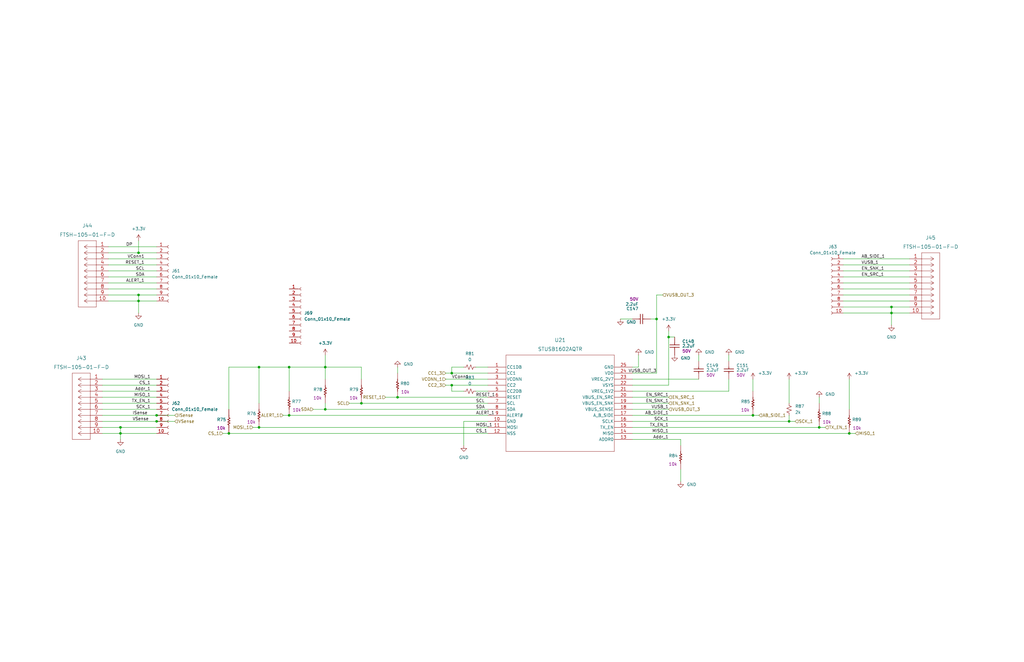
<source format=kicad_sch>
(kicad_sch (version 20230121) (generator eeschema)
  (paper "B")
  (lib_symbols
    (symbol "BCU_AltiumImport-altium-import:0_Cap"
      (property "Value" "0_Cap" (at 0 0 0))
      (symbol "0_Cap_1_0"
        (polyline (pts (xy -2.032 -3.302) (xy 2.032 -3.302)) (stroke (width 0.254)))
        (polyline (pts (xy 0 -5.08) (xy 0 -4.318)) (stroke (width 0.254)))
        (polyline (pts (xy 0 -2.54) (xy 0 -3.302)) (stroke (width 0.254)))
        (polyline (pts (xy 2.032 -4.318) (xy -2.032 -4.318)) (stroke (width 0.254)))
        (pin passive line (at 0 0 270) (length 2.54) (name "1") (number "1"))
        (pin passive line (at 0 -7.62 90) (length 2.54) (name "2") (number "2"))
      )
    )
    (symbol "BCU_AltiumImport-altium-import:0_RES"
      (property "Value" "0_RES" (at 0 0 0))
      (symbol "0_RES_1_0"
        (polyline (pts (xy 7.62 0) (xy 6.604 0) (xy 6.35 -0.508) (xy 5.842 0.508) (xy 5.334 -0.508) (xy 4.826 0.508) (xy 4.318 -0.508) (xy 3.81 0.508) (xy 3.556 0) (xy 2.54 0)) (stroke (width 0.254)))
        (pin passive line (at 0 0 0) (length 2.54) (name "1") (number "1"))
        (pin passive line (at 10.16 0 180) (length 2.54) (name "2") (number "2"))
      )
    )
    (symbol "Connector:Conn_01x10_Female" (pin_names (offset 1.016) hide)
      (property "Reference" "J" (at 0 12.7 0))
      (property "Value" "Conn_01x10_Female" (at 0 -15.24 0))
      (symbol "Conn_01x10_Female_1_1"
        (arc (start 0 -12.192) (mid -0.5058 -12.7) (end 0 -13.208) (stroke (width 0.1524)))
        (arc (start 0 -9.652) (mid -0.5058 -10.16) (end 0 -10.668) (stroke (width 0.1524)))
        (arc (start 0 -7.112) (mid -0.5058 -7.62) (end 0 -8.128) (stroke (width 0.1524)))
        (arc (start 0 -4.572) (mid -0.5058 -5.08) (end 0 -5.588) (stroke (width 0.1524)))
        (arc (start 0 -2.032) (mid -0.5058 -2.54) (end 0 -3.048) (stroke (width 0.1524)))
        (polyline (pts (xy -1.27 -12.7) (xy -0.508 -12.7)) (stroke (width 0.1524)))
        (polyline (pts (xy -1.27 -10.16) (xy -0.508 -10.16)) (stroke (width 0.1524)))
        (polyline (pts (xy -1.27 -7.62) (xy -0.508 -7.62)) (stroke (width 0.1524)))
        (polyline (pts (xy -1.27 -5.08) (xy -0.508 -5.08)) (stroke (width 0.1524)))
        (polyline (pts (xy -1.27 -2.54) (xy -0.508 -2.54)) (stroke (width 0.1524)))
        (polyline (pts (xy -1.27 0) (xy -0.508 0)) (stroke (width 0.1524)))
        (polyline (pts (xy -1.27 2.54) (xy -0.508 2.54)) (stroke (width 0.1524)))
        (polyline (pts (xy -1.27 5.08) (xy -0.508 5.08)) (stroke (width 0.1524)))
        (polyline (pts (xy -1.27 7.62) (xy -0.508 7.62)) (stroke (width 0.1524)))
        (polyline (pts (xy -1.27 10.16) (xy -0.508 10.16)) (stroke (width 0.1524)))
        (arc (start 0 0.508) (mid -0.5058 0) (end 0 -0.508) (stroke (width 0.1524)))
        (arc (start 0 3.048) (mid -0.5058 2.54) (end 0 2.032) (stroke (width 0.1524)))
        (arc (start 0 5.588) (mid -0.5058 5.08) (end 0 4.572) (stroke (width 0.1524)))
        (arc (start 0 8.128) (mid -0.5058 7.62) (end 0 7.112) (stroke (width 0.1524)))
        (arc (start 0 10.668) (mid -0.5058 10.16) (end 0 9.652) (stroke (width 0.1524)))
        (pin passive line (at -5.08 10.16 0) (length 3.81) (name "Pin_1") (number "1"))
        (pin passive line (at -5.08 -12.7 0) (length 3.81) (name "Pin_10") (number "10"))
        (pin passive line (at -5.08 7.62 0) (length 3.81) (name "Pin_2") (number "2"))
        (pin passive line (at -5.08 5.08 0) (length 3.81) (name "Pin_3") (number "3"))
        (pin passive line (at -5.08 2.54 0) (length 3.81) (name "Pin_4") (number "4"))
        (pin passive line (at -5.08 0 0) (length 3.81) (name "Pin_5") (number "5"))
        (pin passive line (at -5.08 -2.54 0) (length 3.81) (name "Pin_6") (number "6"))
        (pin passive line (at -5.08 -5.08 0) (length 3.81) (name "Pin_7") (number "7"))
        (pin passive line (at -5.08 -7.62 0) (length 3.81) (name "Pin_8") (number "8"))
        (pin passive line (at -5.08 -10.16 0) (length 3.81) (name "Pin_9") (number "9"))
      )
    )
    (symbol "Connector:FTSH-105-01-F-D" (pin_names (offset 0.254) hide)
      (property "Reference" "J?" (at 8.89 6.35 0))
      (property "Value" "FTSH-105-01-F-D" (at 26.67 -6.35 0))
      (symbol "FTSH-105-01-F-D_1_1"
        (polyline (pts (xy 5.08 -25.4) (xy 12.7 -25.4)) (stroke (width 0.127)))
        (polyline (pts (xy 5.08 2.54) (xy 5.08 -25.4)) (stroke (width 0.127)))
        (polyline (pts (xy 10.16 -22.86) (xy 5.08 -22.86)) (stroke (width 0.127)))
        (polyline (pts (xy 10.16 -22.86) (xy 8.89 -23.6982)) (stroke (width 0.127)))
        (polyline (pts (xy 10.16 -22.86) (xy 8.89 -22.0218)) (stroke (width 0.127)))
        (polyline (pts (xy 10.16 -20.32) (xy 5.08 -20.32)) (stroke (width 0.127)))
        (polyline (pts (xy 10.16 -20.32) (xy 8.89 -21.1582)) (stroke (width 0.127)))
        (polyline (pts (xy 10.16 -20.32) (xy 8.89 -19.4818)) (stroke (width 0.127)))
        (polyline (pts (xy 10.16 -17.78) (xy 5.08 -17.78)) (stroke (width 0.127)))
        (polyline (pts (xy 10.16 -17.78) (xy 8.89 -18.6182)) (stroke (width 0.127)))
        (polyline (pts (xy 10.16 -17.78) (xy 8.89 -16.9418)) (stroke (width 0.127)))
        (polyline (pts (xy 10.16 -15.24) (xy 5.08 -15.24)) (stroke (width 0.127)))
        (polyline (pts (xy 10.16 -15.24) (xy 8.89 -16.0782)) (stroke (width 0.127)))
        (polyline (pts (xy 10.16 -15.24) (xy 8.89 -14.4018)) (stroke (width 0.127)))
        (polyline (pts (xy 10.16 -12.7) (xy 5.08 -12.7)) (stroke (width 0.127)))
        (polyline (pts (xy 10.16 -12.7) (xy 8.89 -13.5382)) (stroke (width 0.127)))
        (polyline (pts (xy 10.16 -12.7) (xy 8.89 -11.8618)) (stroke (width 0.127)))
        (polyline (pts (xy 10.16 -10.16) (xy 5.08 -10.16)) (stroke (width 0.127)))
        (polyline (pts (xy 10.16 -10.16) (xy 8.89 -10.9982)) (stroke (width 0.127)))
        (polyline (pts (xy 10.16 -10.16) (xy 8.89 -9.3218)) (stroke (width 0.127)))
        (polyline (pts (xy 10.16 -7.62) (xy 5.08 -7.62)) (stroke (width 0.127)))
        (polyline (pts (xy 10.16 -7.62) (xy 8.89 -8.4582)) (stroke (width 0.127)))
        (polyline (pts (xy 10.16 -7.62) (xy 8.89 -6.7818)) (stroke (width 0.127)))
        (polyline (pts (xy 10.16 -5.08) (xy 5.08 -5.08)) (stroke (width 0.127)))
        (polyline (pts (xy 10.16 -5.08) (xy 8.89 -5.9182)) (stroke (width 0.127)))
        (polyline (pts (xy 10.16 -5.08) (xy 8.89 -4.2418)) (stroke (width 0.127)))
        (polyline (pts (xy 10.16 -2.54) (xy 5.08 -2.54)) (stroke (width 0.127)))
        (polyline (pts (xy 10.16 -2.54) (xy 8.89 -3.3782)) (stroke (width 0.127)))
        (polyline (pts (xy 10.16 -2.54) (xy 8.89 -1.7018)) (stroke (width 0.127)))
        (polyline (pts (xy 10.16 0) (xy 5.08 0)) (stroke (width 0.127)))
        (polyline (pts (xy 10.16 0) (xy 8.89 -0.8382)) (stroke (width 0.127)))
        (polyline (pts (xy 10.16 0) (xy 8.89 0.8382)) (stroke (width 0.127)))
        (polyline (pts (xy 12.7 -25.4) (xy 12.7 2.54)) (stroke (width 0.127)))
        (polyline (pts (xy 12.7 2.54) (xy 5.08 2.54)) (stroke (width 0.127)))
        (pin unspecified line (at 0 0 0) (length 5.08) (name "1") (number "1"))
        (pin unspecified line (at 0 -22.86 0) (length 5.08) (name "10") (number "10"))
        (pin unspecified line (at 0 -2.54 0) (length 5.08) (name "2") (number "2"))
        (pin unspecified line (at 0 -5.08 0) (length 5.08) (name "3") (number "3"))
        (pin unspecified line (at 0 -7.62 0) (length 5.08) (name "4") (number "4"))
        (pin unspecified line (at 0 -10.16 0) (length 5.08) (name "5") (number "5"))
        (pin unspecified line (at 0 -12.7 0) (length 5.08) (name "6") (number "6"))
        (pin unspecified line (at 0 -15.24 0) (length 5.08) (name "7") (number "7"))
        (pin unspecified line (at 0 -17.78 0) (length 5.08) (name "8") (number "8"))
        (pin unspecified line (at 0 -20.32 0) (length 5.08) (name "9") (number "9"))
      )
    )
    (symbol "Device:R_Small_US" (pin_numbers hide) (pin_names (offset 0.254) hide)
      (property "Reference" "R" (at 0.762 0.508 0))
      (property "Value" "R_Small_US" (at 0.762 -1.016 0))
      (symbol "R_Small_US_1_1"
        (polyline (pts (xy 0 0) (xy 1.016 -0.381) (xy 0 -0.762) (xy -1.016 -1.143) (xy 0 -1.524)))
        (polyline (pts (xy 0 1.524) (xy 1.016 1.143) (xy 0 0.762) (xy -1.016 0.381) (xy 0 0)))
        (pin passive line (at 0 2.54 270) (length 1.016) (name "~") (number "1"))
        (pin passive line (at 0 -2.54 90) (length 1.016) (name "~") (number "2"))
      )
    )
    (symbol "Interface_USB:STUSB1602AQTR" (pin_names (offset 0.254))
      (property "Reference" "U" (at 30.48 10.16 0))
      (property "Value" "STUSB1602AQTR" (at 30.48 7.62 0))
      (symbol "STUSB1602AQTR_0_1"
        (polyline (pts (xy 7.62 -35.56) (xy 53.34 -35.56)) (stroke (width 0.127)))
        (polyline (pts (xy 7.62 5.08) (xy 7.62 -35.56)) (stroke (width 0.127)))
        (polyline (pts (xy 53.34 -35.56) (xy 53.34 5.08)) (stroke (width 0.127)))
        (polyline (pts (xy 53.34 5.08) (xy 7.62 5.08)) (stroke (width 0.127)))
        (pin unspecified line (at 0 0 0) (length 7.62) (name "CC1DB") (number "1"))
        (pin power_out line (at 0 -22.86 0) (length 7.62) (name "GND") (number "10"))
        (pin output line (at 0 -25.4 0) (length 7.62) (name "MOSI") (number "11"))
        (pin output line (at 0 -27.94 0) (length 7.62) (name "NSS") (number "12"))
        (pin input line (at 60.96 -30.48 180) (length 7.62) (name "ADDR0") (number "13"))
        (pin input line (at 60.96 -27.94 180) (length 7.62) (name "MISO") (number "14"))
        (pin input line (at 60.96 -25.4 180) (length 7.62) (name "TX_EN") (number "15"))
        (pin output line (at 60.96 -22.86 180) (length 7.62) (name "SCLK") (number "16"))
        (pin output line (at 60.96 -20.32 180) (length 7.62) (name "A_B_SIDE") (number "17"))
        (pin unspecified line (at 60.96 -17.78 180) (length 7.62) (name "VBUS_SENSE") (number "18"))
        (pin unspecified line (at 60.96 -15.24 180) (length 7.62) (name "VBUS_EN_SNK") (number "19"))
        (pin unspecified line (at 0 -2.54 0) (length 7.62) (name "CC1") (number "2"))
        (pin unspecified line (at 60.96 -12.7 180) (length 7.62) (name "VBUS_EN_SRC") (number "20"))
        (pin power_in line (at 60.96 -10.16 180) (length 7.62) (name "VREG_1V2") (number "21"))
        (pin power_in line (at 60.96 -7.62 180) (length 7.62) (name "VSYS") (number "22"))
        (pin power_in line (at 60.96 -5.08 180) (length 7.62) (name "VREG_2V7") (number "23"))
        (pin power_in line (at 60.96 -2.54 180) (length 7.62) (name "VDD") (number "24"))
        (pin power_out line (at 60.96 0 180) (length 7.62) (name "GND") (number "25"))
        (pin power_in line (at 0 -5.08 0) (length 7.62) (name "VCONN") (number "3"))
        (pin unspecified line (at 0 -7.62 0) (length 7.62) (name "CC2") (number "4"))
        (pin unspecified line (at 0 -10.16 0) (length 7.62) (name "CC2DB") (number "5"))
        (pin input line (at 0 -12.7 0) (length 7.62) (name "RESET") (number "6"))
        (pin input line (at 0 -15.24 0) (length 7.62) (name "SCL") (number "7"))
        (pin bidirectional line (at 0 -17.78 0) (length 7.62) (name "SDA") (number "8"))
        (pin output line (at 0 -20.32 0) (length 7.62) (name "ALERT#") (number "9"))
      )
    )
    (symbol "power:+3.3V" (power) (pin_names (offset 0))
      (property "Value" "+3.3V" (at 0 3.556 0))
      (symbol "+3.3V_0_1"
        (polyline (pts (xy -0.762 1.27) (xy 0 2.54)))
        (polyline (pts (xy 0 0) (xy 0 2.54)))
        (polyline (pts (xy 0 2.54) (xy 0.762 1.27)))
      )
      (symbol "+3.3V_1_1"
        (pin power_in line (at 0 0 90) (length 0) hide (name "+3.3V") (number "1"))
      )
    )
    (symbol "power:GND" (power) (pin_names (offset 0))
      (property "Value" "GND" (at 0 -3.81 0))
      (symbol "GND_0_1"
        (polyline (pts (xy 0 0) (xy 0 -1.27) (xy 1.27 -1.27) (xy 0 -2.54) (xy -1.27 -1.27) (xy 0 -1.27)))
      )
      (symbol "GND_1_1"
        (pin power_in line (at 0 0 270) (length 0) hide (name "GND") (number "1"))
      )
    )
  )
  (junction (at 137.16 154.94))
  (junction (at 50.8 182.88))
  (junction (at 190.5 157.48))
  (junction (at 58.42 127))
  (junction (at 332.74 177.8))
  (junction (at 345.44 180.34))
  (junction (at 96.52 182.88))
  (junction (at 121.92 154.94))
  (junction (at 58.42 106.68))
  (junction (at 317.5 175.26))
  (junction (at 137.16 172.72))
  (junction (at 66.04 177.8))
  (junction (at 190.5 162.56))
  (junction (at 152.4 170.18))
  (junction (at 121.92 175.26))
  (junction (at 66.04 175.26))
  (junction (at 281.94 142.24))
  (junction (at 167.64 167.64))
  (junction (at 58.42 124.46))
  (junction (at 358.14 182.88))
  (junction (at 375.92 132.08))
  (junction (at 50.8 180.34))
  (junction (at 109.22 180.34))
  (junction (at 375.92 129.54))
  (junction (at 276.86 134.62))
  (junction (at 109.22 154.94))
  (wire (pts (xy 355.6 114.3) (xy 383.54 114.3)))
  (wire (pts (xy 43.18 167.64) (xy 66.04 167.64)))
  (wire (pts (xy 137.16 172.72) (xy 205.74 172.72)))
  (wire (pts (xy 287.02 187.96) (xy 287.02 185.42)))
  (wire (pts (xy 287.02 198.12) (xy 287.02 203.2)))
  (wire (pts (xy 187.96 157.48) (xy 190.5 157.48)))
  (wire (pts (xy 355.6 116.84) (xy 383.54 116.84)))
  (wire (pts (xy 375.92 129.54) (xy 375.92 132.08)))
  (wire (pts (xy 96.52 182.88) (xy 205.74 182.88)))
  (wire (pts (xy 358.14 182.88) (xy 266.7 182.88)))
  (wire (pts (xy 332.74 160.02) (xy 332.74 170.18)))
  (wire (pts (xy 121.92 154.94) (xy 137.16 154.94)))
  (wire (pts (xy 132.08 172.72) (xy 137.16 172.72)))
  (wire (pts (xy 279.4 124.46) (xy 276.86 124.46)))
  (wire (pts (xy 375.92 129.54) (xy 383.54 129.54)))
  (wire (pts (xy 43.18 170.18) (xy 66.04 170.18)))
  (wire (pts (xy 261.62 134.62) (xy 266.7 134.62)))
  (wire (pts (xy 332.74 177.8) (xy 266.7 177.8)))
  (wire (pts (xy 190.5 157.48) (xy 205.74 157.48)))
  (wire (pts (xy 266.7 175.26) (xy 317.5 175.26)))
  (wire (pts (xy 152.4 170.18) (xy 205.74 170.18)))
  (wire (pts (xy 152.4 154.94) (xy 152.4 160.02)))
  (wire (pts (xy 355.6 127) (xy 383.54 127)))
  (wire (pts (xy 358.14 160.02) (xy 358.14 172.72)))
  (wire (pts (xy 345.44 167.64) (xy 345.44 170.18)))
  (wire (pts (xy 320.04 175.26) (xy 317.5 175.26)))
  (wire (pts (xy 187.96 160.02) (xy 205.74 160.02)))
  (wire (pts (xy 45.72 116.84) (xy 66.04 116.84)))
  (wire (pts (xy 45.72 109.22) (xy 66.04 109.22)))
  (wire (pts (xy 281.94 167.64) (xy 266.7 167.64)))
  (wire (pts (xy 281.94 142.24) (xy 281.94 162.56)))
  (wire (pts (xy 332.74 175.26) (xy 332.74 177.8)))
  (wire (pts (xy 317.5 160.02) (xy 317.5 165.1)))
  (wire (pts (xy 276.86 124.46) (xy 276.86 134.62)))
  (wire (pts (xy 109.22 154.94) (xy 109.22 170.18)))
  (wire (pts (xy 266.7 185.42) (xy 287.02 185.42)))
  (wire (pts (xy 45.72 127) (xy 58.42 127)))
  (wire (pts (xy 58.42 127) (xy 58.42 124.46)))
  (wire (pts (xy 50.8 182.88) (xy 66.04 182.88)))
  (wire (pts (xy 375.92 137.16) (xy 375.92 132.08)))
  (wire (pts (xy 190.5 154.94) (xy 190.5 157.48)))
  (wire (pts (xy 50.8 185.42) (xy 50.8 182.88)))
  (wire (pts (xy 274.32 134.62) (xy 276.86 134.62)))
  (wire (pts (xy 266.7 162.56) (xy 281.94 162.56)))
  (wire (pts (xy 307.34 160.02) (xy 307.34 165.1)))
  (wire (pts (xy 266.7 165.1) (xy 307.34 165.1)))
  (wire (pts (xy 347.98 180.34) (xy 345.44 180.34)))
  (wire (pts (xy 281.94 172.72) (xy 266.7 172.72)))
  (wire (pts (xy 332.74 177.8) (xy 335.28 177.8)))
  (wire (pts (xy 43.18 182.88) (xy 50.8 182.88)))
  (wire (pts (xy 355.6 132.08) (xy 375.92 132.08)))
  (wire (pts (xy 121.92 175.26) (xy 205.74 175.26)))
  (wire (pts (xy 45.72 119.38) (xy 66.04 119.38)))
  (wire (pts (xy 45.72 106.68) (xy 58.42 106.68)))
  (wire (pts (xy 137.16 170.18) (xy 137.16 172.72)))
  (wire (pts (xy 147.32 170.18) (xy 152.4 170.18)))
  (wire (pts (xy 355.6 109.22) (xy 383.54 109.22)))
  (wire (pts (xy 66.04 180.34) (xy 50.8 180.34)))
  (wire (pts (xy 45.72 111.76) (xy 66.04 111.76)))
  (wire (pts (xy 45.72 121.92) (xy 66.04 121.92)))
  (wire (pts (xy 195.58 154.94) (xy 190.5 154.94)))
  (wire (pts (xy 93.98 182.88) (xy 96.52 182.88)))
  (wire (pts (xy 281.94 139.7) (xy 281.94 142.24)))
  (wire (pts (xy 269.24 149.86) (xy 269.24 154.94)))
  (wire (pts (xy 119.38 175.26) (xy 121.92 175.26)))
  (wire (pts (xy 45.72 124.46) (xy 58.42 124.46)))
  (wire (pts (xy 66.04 127) (xy 58.42 127)))
  (wire (pts (xy 200.66 154.94) (xy 205.74 154.94)))
  (wire (pts (xy 200.66 165.1) (xy 205.74 165.1)))
  (wire (pts (xy 50.8 180.34) (xy 50.8 182.88)))
  (wire (pts (xy 269.24 154.94) (xy 266.7 154.94)))
  (wire (pts (xy 167.64 167.64) (xy 205.74 167.64)))
  (wire (pts (xy 281.94 170.18) (xy 266.7 170.18)))
  (wire (pts (xy 162.56 167.64) (xy 167.64 167.64)))
  (wire (pts (xy 121.92 165.1) (xy 121.92 154.94)))
  (wire (pts (xy 355.6 119.38) (xy 383.54 119.38)))
  (wire (pts (xy 43.18 160.02) (xy 66.04 160.02)))
  (wire (pts (xy 190.5 162.56) (xy 205.74 162.56)))
  (wire (pts (xy 307.34 149.86) (xy 307.34 152.4)))
  (wire (pts (xy 294.64 152.4) (xy 294.64 149.86)))
  (wire (pts (xy 266.7 157.48) (xy 276.86 157.48)))
  (wire (pts (xy 43.18 175.26) (xy 66.04 175.26)))
  (wire (pts (xy 355.6 124.46) (xy 383.54 124.46)))
  (wire (pts (xy 137.16 154.94) (xy 152.4 154.94)))
  (wire (pts (xy 45.72 114.3) (xy 66.04 114.3)))
  (wire (pts (xy 205.74 177.8) (xy 195.58 177.8)))
  (wire (pts (xy 106.68 180.34) (xy 109.22 180.34)))
  (wire (pts (xy 167.64 154.94) (xy 167.64 157.48)))
  (wire (pts (xy 137.16 149.86) (xy 137.16 154.94)))
  (wire (pts (xy 58.42 132.08) (xy 58.42 127)))
  (wire (pts (xy 266.7 160.02) (xy 294.64 160.02)))
  (wire (pts (xy 358.14 182.88) (xy 360.68 182.88)))
  (wire (pts (xy 66.04 175.26) (xy 73.66 175.26)))
  (wire (pts (xy 281.94 142.24) (xy 284.48 142.24)))
  (wire (pts (xy 66.04 104.14) (xy 45.72 104.14)))
  (wire (pts (xy 195.58 177.8) (xy 195.58 187.96)))
  (wire (pts (xy 50.8 180.34) (xy 43.18 180.34)))
  (wire (pts (xy 355.6 129.54) (xy 375.92 129.54)))
  (wire (pts (xy 109.22 154.94) (xy 121.92 154.94)))
  (wire (pts (xy 96.52 154.94) (xy 109.22 154.94)))
  (wire (pts (xy 355.6 121.92) (xy 383.54 121.92)))
  (wire (pts (xy 266.7 180.34) (xy 345.44 180.34)))
  (wire (pts (xy 96.52 172.72) (xy 96.52 154.94)))
  (wire (pts (xy 137.16 160.02) (xy 137.16 154.94)))
  (wire (pts (xy 58.42 124.46) (xy 66.04 124.46)))
  (wire (pts (xy 109.22 180.34) (xy 205.74 180.34)))
  (wire (pts (xy 58.42 101.6) (xy 58.42 106.68)))
  (wire (pts (xy 195.58 165.1) (xy 190.5 165.1)))
  (wire (pts (xy 190.5 165.1) (xy 190.5 162.56)))
  (wire (pts (xy 43.18 172.72) (xy 66.04 172.72)))
  (wire (pts (xy 43.18 165.1) (xy 66.04 165.1)))
  (wire (pts (xy 276.86 134.62) (xy 276.86 157.48)))
  (wire (pts (xy 66.04 106.68) (xy 58.42 106.68)))
  (wire (pts (xy 43.18 162.56) (xy 66.04 162.56)))
  (wire (pts (xy 355.6 111.76) (xy 383.54 111.76)))
  (wire (pts (xy 66.04 177.8) (xy 73.66 177.8)))
  (wire (pts (xy 383.54 132.08) (xy 375.92 132.08)))
  (wire (pts (xy 43.18 177.8) (xy 66.04 177.8)))
  (wire (pts (xy 187.96 162.56) (xy 190.5 162.56)))
  (label "MISO_1" (at 281.94 182.88 180))
  (label "EN_SRC_1" (at 281.94 167.64 180))
  (label "SDA" (at 60.96 116.84 180))
  (label "MOSI_1" (at 63.5 160.02 180))
  (label "SDA" (at 200.66 172.72 0))
  (label "RESET_1" (at 200.66 167.64 0))
  (label "DP" (at 55.88 104.14 180))
  (label "EN_SNK_1" (at 363.22 114.3 0))
  (label "Addr_1" (at 281.94 185.42 180))
  (label "RESET_1" (at 60.96 111.76 180))
  (label "ALERT_1" (at 60.96 119.38 180))
  (label "SCK_1" (at 63.5 172.72 180))
  (label "CS_1" (at 63.5 162.56 180))
  (label "VConn1" (at 190.5 160.02 0))
  (label "ISense" (at 55.88 175.26 0))
  (label "MOSI_1" (at 200.66 180.34 0))
  (label "CS_1" (at 200.66 182.88 0))
  (label "SCL" (at 60.96 114.3 180))
  (label "Addr_1" (at 63.5 165.1 180))
  (label "SCL" (at 200.66 170.18 0))
  (label "EN_SNK_1" (at 281.94 170.18 180))
  (label "SCK_1" (at 281.94 177.8 180))
  (label "VUSB_1" (at 281.94 172.72 180))
  (label "VSense" (at 55.88 177.8 0))
  (label "TX_EN_1" (at 63.5 170.18 180))
  (label "AB_SIDE_1" (at 281.94 175.26 180))
  (label "EN_SRC_1" (at 363.22 116.84 0))
  (label "ALERT_1" (at 200.66 175.26 0))
  (label "MISO_1" (at 63.5 167.64 180))
  (label "TX_EN_1" (at 281.94 180.34 180))
  (label "VConn1" (at 60.96 109.22 180))
  (label "VUSB_OUT_3" (at 276.86 157.48 180))
  (label "AB_SIDE_1" (at 363.22 109.22 0))
  (label "VUSB_1" (at 363.22 111.76 0))
  (hierarchical_label "SCL" (shape input) (at 147.32 170.18 180))
  (hierarchical_label "MOSI_1" (shape input) (at 106.68 180.34 180))
  (hierarchical_label "VCONN_1" (shape input) (at 187.96 160.02 180))
  (hierarchical_label "MISO_1" (shape input) (at 360.68 182.88 0))
  (hierarchical_label "VUSB_OUT_3" (shape input) (at 279.4 124.46 0))
  (hierarchical_label "CC1_3" (shape input) (at 187.96 157.48 180))
  (hierarchical_label "TX_EN_1" (shape input) (at 347.98 180.34 0))
  (hierarchical_label "EN_SNK_1" (shape input) (at 281.94 170.18 0))
  (hierarchical_label "SDA" (shape input) (at 132.08 172.72 180))
  (hierarchical_label "ALERT_1" (shape input) (at 119.38 175.26 180))
  (hierarchical_label "SCK_1" (shape input) (at 335.28 177.8 0))
  (hierarchical_label "RESET_1" (shape input) (at 162.56 167.64 180))
  (hierarchical_label "CC2_3" (shape input) (at 187.96 162.56 180))
  (hierarchical_label "ISense" (shape input) (at 73.66 175.26 0))
  (hierarchical_label "AB_SIDE_1" (shape input) (at 320.04 175.26 0))
  (hierarchical_label "VUSB_OUT_3" (shape input) (at 281.94 172.72 0))
  (hierarchical_label "EN_SRC_1" (shape input) (at 281.94 167.64 0))
  (hierarchical_label "CS_1" (shape input) (at 93.98 182.88 180))
  (hierarchical_label "VSense" (shape input) (at 73.66 177.8 0))
  (symbol (lib_id "BCU_AltiumImport-altium-import:0_RES") (at 109.22 170.18 270) (unit 1)
    (property "Reference" "R76" (at 104.14 175.26 90) (effects (justify left bottom)))
    (property "Value" "10k" (effects hide))
    (property "Footprint" "Resistor_SMD:R_0402_1005Metric" (effects hide))
    (property "RESISTANCE" "10k" (at 104.14 178.816 90) (effects (justify left bottom)))
    (property "FILM TYPE" "THIN" (effects hide))
    (property "MOUNTING TECHNOLOGY" "SMT" (effects hide))
    (property "Part Name" "RT0402DRE0710KL" (effects hide))
  )
  (symbol (lib_id "Connector:FTSH-105-01-F-D") (at 43.18 160.02 0) (mirror y) (unit 1)
    (property "Reference" "J43" (at 34.29 151.13 0) (effects (font (size 1.524 1.524))))
    (property "Value" "FTSH-105-01-F-D" (at 34.29 154.94 0) (effects (font (size 1.524 1.524))))
    (property "Footprint" "Connector_Samtec:FTSH-105-01-F-DV" (effects hide))
  )
  (symbol (lib_id "Connector:Conn_01x10_Female") (at 71.12 170.18 0) (unit 1)
    (property "Reference" "J62" (at 72.39 170.1799 0) (effects (justify left)))
    (property "Value" "Conn_01x10_Female" (at 72.39 172.7199 0) (effects (justify left)))
    (property "Footprint" "Connector_Samtec:CLP-105-02-L-D" (effects hide))
    (property "MFG" "Samtec" (effects hide))
    (property "Part Name" "CLP-105-02-L-D" (effects hide))
  )
  (symbol (lib_id "BCU_AltiumImport-altium-import:0_Cap") (at 307.34 152.4 0) (unit 1)
    (property "Reference" "C151" (at 310.515 154.94 0) (effects (justify left bottom)))
    (property "Value" "2.2uF" (at 310.515 156.845 0) (effects (justify left bottom)))
    (property "Footprint" "Capacitor_SMD:C_0603_1608Metric" (effects hide))
    (property "MANUFACTURER PARTNO" "C2012JB1H155M125AB" (effects hide))
    (property "DIELECTRIC" "JB" (effects hide))
    (property "CAPACITANCE" "1.5uF" (effects hide))
    (property "VOLTAGE" "50V" (at 310.515 159.004 0) (effects (justify left bottom)))
    (property "IDENTIFIER" "1.5uF 50V +/-20% 0805" (effects hide))
    (property "MANUFACTURER" "TDK" (effects hide))
    (property "TOLERANCE" "+/-20%" (effects hide))
    (property "MOUNTING TECHNOLOGY" "SMT" (effects hide))
    (property "MFG" "Murata Electronics" (effects hide))
    (property "Part Name" "GRM188R61H225ME11J" (effects hide))
  )
  (symbol (lib_id "power:GND") (at 375.92 137.16 0) (mirror y) (unit 1)
    (property "Reference" "#PWR0336" (effects hide))
    (property "Value" "GND" (at 375.92 142.24 0))
  )
  (symbol (lib_id "power:GND") (at 269.24 149.86 180) (unit 1)
    (property "Reference" "#PWR0173" (effects hide))
    (property "Value" "GND" (at 271.78 148.5899 0) (effects (justify right)))
  )
  (symbol (lib_id "Connector:FTSH-105-01-F-D") (at 45.72 104.14 0) (mirror y) (unit 1)
    (property "Reference" "J44" (at 36.83 95.25 0) (effects (font (size 1.524 1.524))))
    (property "Value" "FTSH-105-01-F-D" (at 36.83 99.06 0) (effects (font (size 1.524 1.524))))
    (property "Footprint" "Connector_Samtec:FTSH-105-01-F-DV" (effects hide))
  )
  (symbol (lib_id "BCU_AltiumImport-altium-import:0_RES") (at 345.44 170.18 90) (mirror x) (unit 1)
    (property "Reference" "R88" (at 350.52 175.26 90) (effects (justify left bottom)))
    (property "Value" "10k" (effects hide))
    (property "Footprint" "Resistor_SMD:R_0402_1005Metric" (effects hide))
    (property "RESISTANCE" "10k" (at 350.52 178.816 90) (effects (justify left bottom)))
    (property "FILM TYPE" "THIN" (effects hide))
    (property "MOUNTING TECHNOLOGY" "SMT" (effects hide))
    (property "Part Name" "RT0402DRE0710KL" (effects hide))
  )
  (symbol (lib_id "power:GND") (at 284.48 149.86 0) (unit 1)
    (property "Reference" "#PWR090" (effects hide))
    (property "Value" "GND" (at 287.02 151.1299 0) (effects (justify left)))
  )
  (symbol (lib_id "Device:R_Small_US") (at 332.74 172.72 180) (unit 1)
    (property "Reference" "R87" (at 335.28 171.4499 0) (effects (justify right)))
    (property "Value" "2k" (at 335.28 173.9899 0) (effects (justify right)))
    (property "Footprint" "Resistor_SMD:R_0402_1005Metric" (effects hide))
    (property "MFG" "Yageo" (effects hide))
  )
  (symbol (lib_id "power:+3.3V") (at 281.94 139.7 0) (unit 1)
    (property "Reference" "#PWR0174" (effects hide))
    (property "Value" "+3.3V" (at 281.94 134.62 0))
  )
  (symbol (lib_id "BCU_AltiumImport-altium-import:0_Cap") (at 284.48 142.24 0) (unit 1)
    (property "Reference" "C148" (at 287.655 144.78 0) (effects (justify left bottom)))
    (property "Value" "2.2uF" (at 287.655 146.685 0) (effects (justify left bottom)))
    (property "Footprint" "Capacitor_SMD:C_0603_1608Metric" (effects hide))
    (property "MANUFACTURER PARTNO" "C2012JB1H155M125AB" (effects hide))
    (property "DIELECTRIC" "JB" (effects hide))
    (property "CAPACITANCE" "1.5uF" (effects hide))
    (property "VOLTAGE" "50V" (at 287.655 148.844 0) (effects (justify left bottom)))
    (property "IDENTIFIER" "1.5uF 50V +/-20% 0805" (effects hide))
    (property "MANUFACTURER" "TDK" (effects hide))
    (property "TOLERANCE" "+/-20%" (effects hide))
    (property "MOUNTING TECHNOLOGY" "SMT" (effects hide))
    (property "MFG" "Murata Electronics" (effects hide))
    (property "Part Name" "GRM188R61H225ME11J" (effects hide))
  )
  (symbol (lib_id "BCU_AltiumImport-altium-import:0_RES") (at 317.5 165.1 270) (unit 1)
    (property "Reference" "R85" (at 312.42 170.18 90) (effects (justify left bottom)))
    (property "Value" "10k" (effects hide))
    (property "Footprint" "Resistor_SMD:R_0402_1005Metric" (effects hide))
    (property "RESISTANCE" "10k" (at 312.42 173.736 90) (effects (justify left bottom)))
    (property "FILM TYPE" "THIN" (effects hide))
    (property "MOUNTING TECHNOLOGY" "SMT" (effects hide))
    (property "Part Name" "RT0402DRE0710KL" (effects hide))
  )
  (symbol (lib_id "BCU_AltiumImport-altium-import:0_Cap") (at 294.64 152.4 0) (unit 1)
    (property "Reference" "C149" (at 297.815 154.94 0) (effects (justify left bottom)))
    (property "Value" "2.2uF" (at 297.815 156.845 0) (effects (justify left bottom)))
    (property "Footprint" "Capacitor_SMD:C_0603_1608Metric" (effects hide))
    (property "MANUFACTURER PARTNO" "C2012JB1H155M125AB" (effects hide))
    (property "DIELECTRIC" "JB" (effects hide))
    (property "CAPACITANCE" "1.5uF" (effects hide))
    (property "VOLTAGE" "50V" (at 297.815 159.004 0) (effects (justify left bottom)))
    (property "IDENTIFIER" "1.5uF 50V +/-20% 0805" (effects hide))
    (property "MANUFACTURER" "TDK" (effects hide))
    (property "TOLERANCE" "+/-20%" (effects hide))
    (property "MOUNTING TECHNOLOGY" "SMT" (effects hide))
    (property "MFG" "Murata Electronics" (effects hide))
    (property "Part Name" "GRM188R61H225ME11J" (effects hide))
  )
  (symbol (lib_id "power:GND") (at 167.64 154.94 180) (unit 1)
    (property "Reference" "#PWR042" (effects hide))
    (property "Value" "GND" (at 170.18 153.6699 0) (effects (justify right)))
  )
  (symbol (lib_id "Connector:Conn_01x10_Female") (at 350.52 119.38 0) (mirror y) (unit 1)
    (property "Reference" "J63" (at 351.155 104.14 0))
    (property "Value" "Conn_01x10_Female" (at 351.155 106.68 0))
    (property "Footprint" "Connector_Samtec:CLP-105-02-L-D" (effects hide))
    (property "MFG" "Samtec" (effects hide))
    (property "Part Name" "CLP-105-02-L-D" (effects hide))
  )
  (symbol (lib_id "power:GND") (at 345.44 167.64 180) (unit 1)
    (property "Reference" "#PWR096" (effects hide))
    (property "Value" "GND" (at 347.98 166.3699 0) (effects (justify right)))
  )
  (symbol (lib_id "Device:R_Small_US") (at 198.12 154.94 90) (unit 1)
    (property "Reference" "R81" (at 198.12 149.225 90))
    (property "Value" "0" (at 198.12 151.765 90))
    (property "Footprint" "Resistor_SMD:R_0402_1005Metric" (effects hide))
    (property "MANUFACTURER" "YAGEO" (effects hide))
    (property "Part Name" "RC0402JR-130RL" (effects hide))
  )
  (symbol (lib_id "Interface_USB:STUSB1602AQTR") (at 205.74 154.94 0) (unit 1)
    (property "Reference" "U21" (at 236.22 143.51 0) (effects (font (size 1.524 1.524))))
    (property "Value" "STUSB1602AQTR" (at 236.22 147.32 0) (effects (font (size 1.524 1.524))))
    (property "Footprint" "Package_DFN_QFN:STUSB1602_QFN24EP_4X4_STM-L" (effects hide))
  )
  (symbol (lib_id "power:GND") (at 261.62 134.62 0) (unit 1)
    (property "Reference" "#PWR089" (effects hide))
    (property "Value" "GND" (at 264.16 135.8899 0) (effects (justify left)))
  )
  (symbol (lib_id "power:+3.3V") (at 358.14 160.02 0) (unit 1)
    (property "Reference" "#PWR097" (effects hide))
    (property "Value" "+3.3V" (at 363.22 157.48 0))
  )
  (symbol (lib_id "BCU_AltiumImport-altium-import:0_RES") (at 96.52 172.72 270) (unit 1)
    (property "Reference" "R75" (at 91.44 177.8 90) (effects (justify left bottom)))
    (property "Value" "10k" (effects hide))
    (property "Footprint" "Resistor_SMD:R_0402_1005Metric" (effects hide))
    (property "RESISTANCE" "10k" (at 91.44 181.356 90) (effects (justify left bottom)))
    (property "FILM TYPE" "THIN" (effects hide))
    (property "MOUNTING TECHNOLOGY" "SMT" (effects hide))
    (property "Part Name" "RT0402DRE0710KL" (effects hide))
  )
  (symbol (lib_id "power:+3.3V") (at 332.74 160.02 0) (unit 1)
    (property "Reference" "#PWR095" (effects hide))
    (property "Value" "+3.3V" (at 337.82 157.48 0))
  )
  (symbol (lib_id "BCU_AltiumImport-altium-import:0_RES") (at 167.64 157.48 90) (mirror x) (unit 1)
    (property "Reference" "R80" (at 172.72 162.56 90) (effects (justify left bottom)))
    (property "Value" "10k" (effects hide))
    (property "Footprint" "Resistor_SMD:R_0402_1005Metric" (effects hide))
    (property "RESISTANCE" "10k" (at 172.72 166.116 90) (effects (justify left bottom)))
    (property "FILM TYPE" "THIN" (effects hide))
    (property "MOUNTING TECHNOLOGY" "SMT" (effects hide))
    (property "Part Name" "RT0402DRE0710KL" (effects hide))
  )
  (symbol (lib_id "Connector:Conn_01x10_Female") (at 71.12 114.3 0) (unit 1)
    (property "Reference" "J61" (at 72.39 114.2999 0) (effects (justify left)))
    (property "Value" "Conn_01x10_Female" (at 72.39 116.8399 0) (effects (justify left)))
    (property "Footprint" "Connector_Samtec:CLP-105-02-L-D" (effects hide))
    (property "MFG" "Samtec" (effects hide))
    (property "Part Name" "CLP-105-02-L-D" (effects hide))
  )
  (symbol (lib_id "Connector:FTSH-105-01-F-D") (at 383.54 109.22 0) (unit 1)
    (property "Reference" "J45" (at 392.43 100.33 0) (effects (font (size 1.524 1.524))))
    (property "Value" "FTSH-105-01-F-D" (at 392.43 104.14 0) (effects (font (size 1.524 1.524))))
    (property "Footprint" "Connector_Samtec:FTSH-105-01-F-DV" (effects hide))
  )
  (symbol (lib_id "power:GND") (at 294.64 149.86 180) (unit 1)
    (property "Reference" "#PWR092" (effects hide))
    (property "Value" "GND" (at 297.18 148.5899 0) (effects (justify right)))
  )
  (symbol (lib_id "BCU_AltiumImport-altium-import:0_RES") (at 358.14 172.72 90) (mirror x) (unit 1)
    (property "Reference" "R89" (at 363.22 177.8 90) (effects (justify left bottom)))
    (property "Value" "10k" (effects hide))
    (property "Footprint" "Resistor_SMD:R_0402_1005Metric" (effects hide))
    (property "RESISTANCE" "10k" (at 363.22 181.356 90) (effects (justify left bottom)))
    (property "FILM TYPE" "THIN" (effects hide))
    (property "MOUNTING TECHNOLOGY" "SMT" (effects hide))
    (property "Part Name" "RT0402DRE0710KL" (effects hide))
  )
  (symbol (lib_id "BCU_AltiumImport-altium-import:0_Cap") (at 266.7 134.62 90) (unit 1)
    (property "Reference" "C147" (at 269.24 129.54 90) (effects (justify left bottom)))
    (property "Value" "2.2uF" (at 269.24 127.635 90) (effects (justify left bottom)))
    (property "Footprint" "Capacitor_SMD:C_0603_1608Metric" (effects hide))
    (property "MANUFACTURER PARTNO" "C2012JB1H155M125AB" (effects hide))
    (property "DIELECTRIC" "JB" (effects hide))
    (property "CAPACITANCE" "1.5uF" (effects hide))
    (property "VOLTAGE" "50V" (at 269.24 125.476 90) (effects (justify left bottom)))
    (property "IDENTIFIER" "1.5uF 50V +/-20% 0805" (effects hide))
    (property "MANUFACTURER" "TDK" (effects hide))
    (property "TOLERANCE" "+/-20%" (effects hide))
    (property "MOUNTING TECHNOLOGY" "SMT" (effects hide))
    (property "MFG" "Murata Electronics" (effects hide))
    (property "Part Name" "GRM188R61H225ME11J" (effects hide))
  )
  (symbol (lib_id "power:+3.3V") (at 58.42 101.6 0) (unit 1)
    (property "Reference" "#PWR0334" (effects hide))
    (property "Value" "+3.3V" (at 58.42 96.52 0))
  )
  (symbol (lib_id "power:GND") (at 50.8 185.42 0) (unit 1)
    (property "Reference" "#PWR0335" (effects hide))
    (property "Value" "GND" (at 50.8 190.5 0))
  )
  (symbol (lib_id "power:GND") (at 195.58 187.96 0) (unit 1)
    (property "Reference" "#PWR088" (effects hide))
    (property "Value" "GND" (at 195.58 193.04 0))
  )
  (symbol (lib_id "power:+3.3V") (at 317.5 160.02 0) (unit 1)
    (property "Reference" "#PWR094" (effects hide))
    (property "Value" "+3.3V" (at 322.58 157.48 0))
  )
  (symbol (lib_id "BCU_AltiumImport-altium-import:0_RES") (at 152.4 160.02 270) (unit 1)
    (property "Reference" "R79" (at 147.32 165.1 90) (effects (justify left bottom)))
    (property "Value" "10k" (effects hide))
    (property "Footprint" "Resistor_SMD:R_0402_1005Metric" (effects hide))
    (property "RESISTANCE" "10k" (at 147.32 168.656 90) (effects (justify left bottom)))
    (property "FILM TYPE" "THIN" (effects hide))
    (property "MOUNTING TECHNOLOGY" "SMT" (effects hide))
    (property "Part Name" "RT0402DRE0710KL" (effects hide))
  )
  (symbol (lib_id "BCU_AltiumImport-altium-import:0_RES") (at 287.02 187.96 270) (unit 1)
    (property "Reference" "R84" (at 281.94 193.04 90) (effects (justify left bottom)))
    (property "Value" "10k" (effects hide))
    (property "Footprint" "Resistor_SMD:R_0402_1005Metric" (effects hide))
    (property "RESISTANCE" "10k" (at 281.94 196.596 90) (effects (justify left bottom)))
    (property "FILM TYPE" "THIN" (effects hide))
    (property "MOUNTING TECHNOLOGY" "SMT" (effects hide))
    (property "Part Name" "RT0402DRE0710KL" (effects hide))
  )
  (symbol (lib_id "Connector:Conn_01x10_Female") (at 127 132.08 0) (unit 1)
    (property "Reference" "J69" (at 128.27 132.0799 0) (effects (justify left)))
    (property "Value" "Conn_01x10_Female" (at 128.27 134.6199 0) (effects (justify left)))
    (property "Footprint" "Connector_Samtec:CLP-105-02-L-D" (effects hide))
    (property "MFG" "Samtec" (effects hide))
    (property "Part Name" "CLP-105-02-L-D" (effects hide))
  )
  (symbol (lib_id "BCU_AltiumImport-altium-import:0_RES") (at 137.16 160.02 270) (unit 1)
    (property "Reference" "R78" (at 132.08 165.1 90) (effects (justify left bottom)))
    (property "Value" "10k" (effects hide))
    (property "Footprint" "Resistor_SMD:R_0402_1005Metric" (effects hide))
    (property "RESISTANCE" "10k" (at 132.08 168.656 90) (effects (justify left bottom)))
    (property "FILM TYPE" "THIN" (effects hide))
    (property "MOUNTING TECHNOLOGY" "SMT" (effects hide))
    (property "Part Name" "RT0402DRE0710KL" (effects hide))
  )
  (symbol (lib_id "power:GND") (at 287.02 203.2 0) (unit 1)
    (property "Reference" "#PWR091" (effects hide))
    (property "Value" "GND" (at 289.56 204.4699 0) (effects (justify left)))
  )
  (symbol (lib_id "power:GND") (at 58.42 132.08 0) (unit 1)
    (property "Reference" "#PWR0333" (effects hide))
    (property "Value" "GND" (at 58.42 137.16 0))
  )
  (symbol (lib_id "power:+3.3V") (at 137.16 149.86 0) (unit 1)
    (property "Reference" "#PWR038" (effects hide))
    (property "Value" "+3.3V" (at 137.16 144.78 0))
  )
  (symbol (lib_id "Device:R_Small_US") (at 198.12 165.1 90) (unit 1)
    (property "Reference" "R83" (at 198.12 159.385 90))
    (property "Value" "0" (at 198.12 161.925 90))
    (property "Footprint" "Resistor_SMD:R_0402_1005Metric" (effects hide))
    (property "MANUFACTURER" "YAGEO" (effects hide))
    (property "Part Name" "RC0402JR-130RL" (effects hide))
  )
  (symbol (lib_id "power:GND") (at 307.34 149.86 180) (unit 1)
    (property "Reference" "#PWR093" (effects hide))
    (property "Value" "GND" (at 309.88 148.5899 0) (effects (justify right)))
  )
  (symbol (lib_id "BCU_AltiumImport-altium-import:0_RES") (at 121.92 165.1 90) (mirror x) (unit 1)
    (property "Reference" "R77" (at 127 170.18 90) (effects (justify left bottom)))
    (property "Value" "10k" (effects hide))
    (property "Footprint" "Resistor_SMD:R_0402_1005Metric" (effects hide))
    (property "RESISTANCE" "10k" (at 127 173.736 90) (effects (justify left bottom)))
    (property "FILM TYPE" "THIN" (effects hide))
    (property "MOUNTING TECHNOLOGY" "SMT" (effects hide))
    (property "Part Name" "RT0402DRE0710KL" (effects hide))
  )
)
</source>
